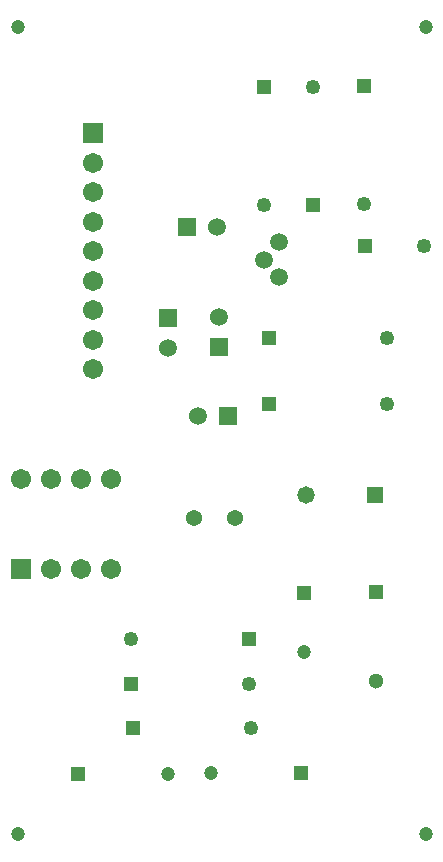
<source format=gbs>
G04*
G04 #@! TF.GenerationSoftware,Altium Limited,Altium Designer,24.9.1 (31)*
G04*
G04 Layer_Color=16711935*
%FSLAX44Y44*%
%MOMM*%
G71*
G04*
G04 #@! TF.SameCoordinates,615AE811-4124-4B85-86CB-A8D5F2F7F980*
G04*
G04*
G04 #@! TF.FilePolarity,Negative*
G04*
G01*
G75*
%ADD16C,1.2032*%
%ADD17C,1.2532*%
%ADD18R,1.2532X1.2532*%
%ADD19C,1.5032*%
%ADD20C,1.2500*%
%ADD21C,1.2000*%
%ADD22R,1.2000X1.2000*%
%ADD23R,1.2500X1.2500*%
%ADD24C,1.3716*%
%ADD25R,1.2500X1.2500*%
%ADD26C,1.3000*%
%ADD27R,1.3000X1.3000*%
%ADD28R,1.2000X1.2000*%
%ADD29R,1.5212X1.5212*%
%ADD30C,1.5212*%
%ADD31R,1.5212X1.5212*%
%ADD32C,1.7112*%
%ADD33R,1.7112X1.7112*%
%ADD34R,1.7032X1.7032*%
%ADD35C,1.7032*%
%ADD36C,1.4732*%
%ADD37R,1.4732X1.4732*%
D16*
X375920Y26670D02*
D03*
X30480Y709930D02*
D03*
X375920D02*
D03*
X30480Y26670D02*
D03*
D17*
X374250Y524510D02*
D03*
D18*
X324250D02*
D03*
D19*
X251460Y527930D02*
D03*
X238760Y513080D02*
D03*
X251460Y498230D02*
D03*
D20*
X323850Y560070D02*
D03*
X227800Y116840D02*
D03*
X126530Y191770D02*
D03*
X226530Y153670D02*
D03*
X343370Y391160D02*
D03*
X280670Y659600D02*
D03*
X343370Y447040D02*
D03*
X238760Y559600D02*
D03*
D21*
X157510Y77470D02*
D03*
X194280Y78740D02*
D03*
X273050Y180740D02*
D03*
D22*
X81250Y77470D02*
D03*
X270540Y78740D02*
D03*
D23*
X127800Y116840D02*
D03*
X226530Y191770D02*
D03*
X126530Y153670D02*
D03*
X243370Y391160D02*
D03*
Y447040D02*
D03*
D24*
X214630Y294640D02*
D03*
X179630D02*
D03*
D25*
X280670Y559600D02*
D03*
X323850Y660070D02*
D03*
X238760Y659600D02*
D03*
D26*
X334010Y156810D02*
D03*
D27*
Y231810D02*
D03*
D28*
X273050Y230740D02*
D03*
D29*
X173990Y541020D02*
D03*
X208280Y381000D02*
D03*
D30*
X199390Y541020D02*
D03*
X157480Y438150D02*
D03*
X182880Y381000D02*
D03*
X200660Y464820D02*
D03*
D31*
X157480Y463550D02*
D03*
X200660Y439420D02*
D03*
D32*
X93980Y470300D02*
D03*
Y420300D02*
D03*
Y445300D02*
D03*
Y495300D02*
D03*
Y520300D02*
D03*
Y595300D02*
D03*
Y545300D02*
D03*
Y570300D02*
D03*
D33*
Y620300D02*
D03*
D34*
X33020Y251460D02*
D03*
D35*
X58420D02*
D03*
X83820D02*
D03*
X109220D02*
D03*
X33020Y327660D02*
D03*
X58420D02*
D03*
X83820D02*
D03*
X109220D02*
D03*
D36*
X274828Y313690D02*
D03*
D37*
X332740D02*
D03*
M02*

</source>
